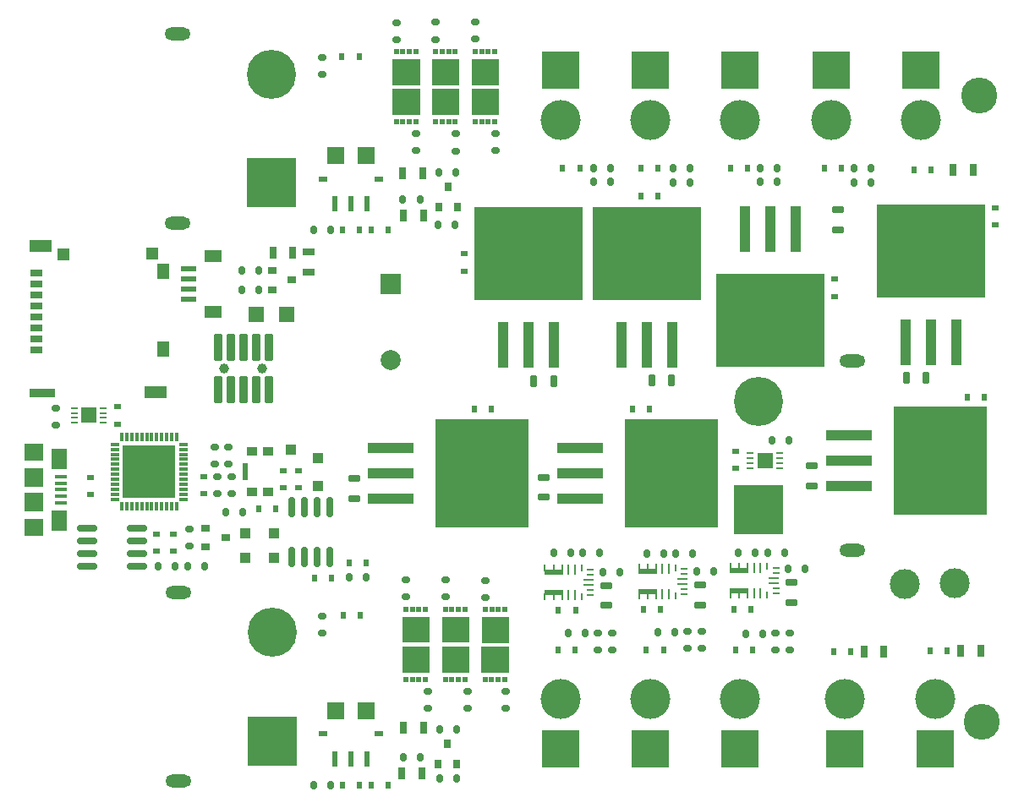
<source format=gbr>
%TF.GenerationSoftware,KiCad,Pcbnew,(6.0.10-0)*%
%TF.CreationDate,2023-03-03T19:39:16-08:00*%
%TF.ProjectId,1.0,312e302e-6b69-4636-9164-5f7063625858,rev?*%
%TF.SameCoordinates,Original*%
%TF.FileFunction,Soldermask,Top*%
%TF.FilePolarity,Negative*%
%FSLAX46Y46*%
G04 Gerber Fmt 4.6, Leading zero omitted, Abs format (unit mm)*
G04 Created by KiCad (PCBNEW (6.0.10-0)) date 2023-03-03 19:39:16*
%MOMM*%
%LPD*%
G01*
G04 APERTURE LIST*
G04 Aperture macros list*
%AMRoundRect*
0 Rectangle with rounded corners*
0 $1 Rounding radius*
0 $2 $3 $4 $5 $6 $7 $8 $9 X,Y pos of 4 corners*
0 Add a 4 corners polygon primitive as box body*
4,1,4,$2,$3,$4,$5,$6,$7,$8,$9,$2,$3,0*
0 Add four circle primitives for the rounded corners*
1,1,$1+$1,$2,$3*
1,1,$1+$1,$4,$5*
1,1,$1+$1,$6,$7*
1,1,$1+$1,$8,$9*
0 Add four rect primitives between the rounded corners*
20,1,$1+$1,$2,$3,$4,$5,0*
20,1,$1+$1,$4,$5,$6,$7,0*
20,1,$1+$1,$6,$7,$8,$9,0*
20,1,$1+$1,$8,$9,$2,$3,0*%
G04 Aperture macros list end*
%ADD10C,0.010000*%
%ADD11C,3.600000*%
%ADD12R,3.800000X3.800000*%
%ADD13C,4.000000*%
%ADD14R,0.600000X0.800000*%
%ADD15RoundRect,0.150000X-0.250000X0.150000X-0.250000X-0.150000X0.250000X-0.150000X0.250000X0.150000X0*%
%ADD16R,0.800000X0.600000*%
%ADD17R,0.700000X1.200000*%
%ADD18R,1.100000X1.100000*%
%ADD19RoundRect,0.150000X0.150000X0.250000X-0.150000X0.250000X-0.150000X-0.250000X0.150000X-0.250000X0*%
%ADD20RoundRect,0.175000X0.425000X-0.175000X0.425000X0.175000X-0.425000X0.175000X-0.425000X-0.175000X0*%
%ADD21R,1.500000X1.500000*%
%ADD22R,1.800000X1.200000*%
%ADD23R,1.550000X0.600000*%
%ADD24RoundRect,0.175000X-0.425000X0.175000X-0.425000X-0.175000X0.425000X-0.175000X0.425000X0.175000X0*%
%ADD25R,0.900000X0.800000*%
%ADD26R,1.100000X4.600000*%
%ADD27R,10.800000X9.400000*%
%ADD28R,0.500000X0.630000*%
%ADD29R,0.500000X1.600000*%
%ADD30R,0.900000X0.600000*%
%ADD31R,1.800000X1.700000*%
%ADD32RoundRect,0.150000X-0.150000X-0.250000X0.150000X-0.250000X0.150000X0.250000X-0.150000X0.250000X0*%
%ADD33R,0.800000X0.900000*%
%ADD34RoundRect,0.150000X0.250000X-0.150000X0.250000X0.150000X-0.250000X0.150000X-0.250000X-0.150000X0*%
%ADD35C,3.000000*%
%ADD36RoundRect,0.175000X0.175000X0.425000X-0.175000X0.425000X-0.175000X-0.425000X0.175000X-0.425000X0*%
%ADD37C,1.000000*%
%ADD38RoundRect,0.050800X0.380000X1.300000X-0.380000X1.300000X-0.380000X-1.300000X0.380000X-1.300000X0*%
%ADD39R,1.000000X0.900000*%
%ADD40R,0.550000X1.700000*%
%ADD41O,2.600000X1.300000*%
%ADD42R,4.916000X4.916000*%
%ADD43C,4.916000*%
%ADD44R,1.000000X1.000000*%
%ADD45R,0.850000X0.300000*%
%ADD46R,0.300000X0.850000*%
%ADD47R,5.250000X5.250000*%
%ADD48R,4.600000X1.100000*%
%ADD49R,9.400000X10.800000*%
%ADD50R,0.757199X0.254800*%
%ADD51R,1.600200X1.600200*%
%ADD52RoundRect,0.150000X0.825000X0.150000X-0.825000X0.150000X-0.825000X-0.150000X0.825000X-0.150000X0*%
%ADD53R,0.250000X0.800000*%
%ADD54R,0.250000X1.100000*%
%ADD55R,1.950000X0.600000*%
%ADD56R,0.250000X0.700000*%
%ADD57R,0.700000X0.250000*%
%ADD58R,1.100000X0.250000*%
%ADD59R,1.200000X0.700000*%
%ADD60R,2.200000X1.150000*%
%ADD61R,1.150000X1.500000*%
%ADD62R,2.500000X0.950000*%
%ADD63R,1.240000X0.800000*%
%ADD64R,1.250000X1.250000*%
%ADD65R,1.200000X1.200000*%
%ADD66R,2.000000X2.000000*%
%ADD67C,2.000000*%
%ADD68R,1.900000X1.800000*%
%ADD69R,1.900000X1.900000*%
%ADD70R,1.600000X2.100000*%
%ADD71R,1.300000X0.400000*%
%ADD72RoundRect,0.150000X-0.150000X0.825000X-0.150000X-0.825000X0.150000X-0.825000X0.150000X0.825000X0*%
G04 APERTURE END LIST*
%TO.C,Q10*%
G36*
X191075000Y-110547500D02*
G01*
X188425000Y-110547500D01*
X188425000Y-108037500D01*
X191075000Y-108037500D01*
X191075000Y-110547500D01*
G37*
D10*
X191075000Y-110547500D02*
X188425000Y-110547500D01*
X188425000Y-108037500D01*
X191075000Y-108037500D01*
X191075000Y-110547500D01*
%TO.C,Q13*%
G36*
X200000000Y-163450000D02*
G01*
X197350000Y-163450000D01*
X197350000Y-160940000D01*
X200000000Y-160940000D01*
X200000000Y-163450000D01*
G37*
X200000000Y-163450000D02*
X197350000Y-163450000D01*
X197350000Y-160940000D01*
X200000000Y-160940000D01*
X200000000Y-163450000D01*
%TO.C,Q14*%
G36*
X199975000Y-166425000D02*
G01*
X197325000Y-166425000D01*
X197325000Y-163915000D01*
X199975000Y-163915000D01*
X199975000Y-166425000D01*
G37*
X199975000Y-166425000D02*
X197325000Y-166425000D01*
X197325000Y-163915000D01*
X199975000Y-163915000D01*
X199975000Y-166425000D01*
%TO.C,Q15*%
G36*
X199000000Y-110560000D02*
G01*
X196350000Y-110560000D01*
X196350000Y-108050000D01*
X199000000Y-108050000D01*
X199000000Y-110560000D01*
G37*
X199000000Y-110560000D02*
X196350000Y-110560000D01*
X196350000Y-108050000D01*
X199000000Y-108050000D01*
X199000000Y-110560000D01*
%TO.C,Q12*%
G36*
X195025000Y-107562500D02*
G01*
X192375000Y-107562500D01*
X192375000Y-105052500D01*
X195025000Y-105052500D01*
X195025000Y-107562500D01*
G37*
X195025000Y-107562500D02*
X192375000Y-107562500D01*
X192375000Y-105052500D01*
X195025000Y-105052500D01*
X195025000Y-107562500D01*
%TO.C,Q3*%
G36*
X196000000Y-163437500D02*
G01*
X193350000Y-163437500D01*
X193350000Y-160927500D01*
X196000000Y-160927500D01*
X196000000Y-163437500D01*
G37*
X196000000Y-163437500D02*
X193350000Y-163437500D01*
X193350000Y-160927500D01*
X196000000Y-160927500D01*
X196000000Y-163437500D01*
%TO.C,Q4*%
G36*
X192050000Y-163437500D02*
G01*
X189400000Y-163437500D01*
X189400000Y-160927500D01*
X192050000Y-160927500D01*
X192050000Y-163437500D01*
G37*
X192050000Y-163437500D02*
X189400000Y-163437500D01*
X189400000Y-160927500D01*
X192050000Y-160927500D01*
X192050000Y-163437500D01*
%TO.C,Q6*%
G36*
X196000000Y-166412500D02*
G01*
X193350000Y-166412500D01*
X193350000Y-163902500D01*
X196000000Y-163902500D01*
X196000000Y-166412500D01*
G37*
X196000000Y-166412500D02*
X193350000Y-166412500D01*
X193350000Y-163902500D01*
X196000000Y-163902500D01*
X196000000Y-166412500D01*
%TO.C,Q16*%
G36*
X199000000Y-107562500D02*
G01*
X196350000Y-107562500D01*
X196350000Y-105052500D01*
X199000000Y-105052500D01*
X199000000Y-107562500D01*
G37*
X199000000Y-107562500D02*
X196350000Y-107562500D01*
X196350000Y-105052500D01*
X199000000Y-105052500D01*
X199000000Y-107562500D01*
%TO.C,Q9*%
G36*
X195025000Y-110547500D02*
G01*
X192375000Y-110547500D01*
X192375000Y-108037500D01*
X195025000Y-108037500D01*
X195025000Y-110547500D01*
G37*
X195025000Y-110547500D02*
X192375000Y-110547500D01*
X192375000Y-108037500D01*
X195025000Y-108037500D01*
X195025000Y-110547500D01*
%TO.C,Q11*%
G36*
X191075000Y-107575000D02*
G01*
X188425000Y-107575000D01*
X188425000Y-105065000D01*
X191075000Y-105065000D01*
X191075000Y-107575000D01*
G37*
X191075000Y-107575000D02*
X188425000Y-107575000D01*
X188425000Y-105065000D01*
X191075000Y-105065000D01*
X191075000Y-107575000D01*
%TO.C,Q5*%
G36*
X192050000Y-166425000D02*
G01*
X189400000Y-166425000D01*
X189400000Y-163915000D01*
X192050000Y-163915000D01*
X192050000Y-166425000D01*
G37*
X192050000Y-166425000D02*
X189400000Y-166425000D01*
X189400000Y-163915000D01*
X192050000Y-163915000D01*
X192050000Y-166425000D01*
%TD*%
D11*
%TO.C,U28*%
X247150000Y-108675000D03*
%TD*%
D12*
%TO.C,U22*%
X223200000Y-106150000D03*
D13*
X223200000Y-111150000D03*
%TD*%
D14*
%TO.C,C22*%
X198275000Y-140107500D03*
X196575000Y-140107500D03*
%TD*%
D15*
%TO.C,R18*%
X170850000Y-146900000D03*
X170850000Y-148600000D03*
%TD*%
D16*
%TO.C,C29*%
X222790000Y-144375000D03*
X222790000Y-146075000D03*
%TD*%
D14*
%TO.C,D16*%
X232575000Y-164425000D03*
X234275000Y-164425000D03*
%TD*%
%TO.C,D15*%
X240600000Y-116125000D03*
X242300000Y-116125000D03*
%TD*%
D17*
%TO.C,R51*%
X176425000Y-124450000D03*
X178425000Y-124450000D03*
%TD*%
D18*
%TO.C,D2*%
X176500000Y-155000000D03*
X173700000Y-155000000D03*
%TD*%
D19*
%TO.C,R1*%
X166650000Y-155850000D03*
X164950000Y-155850000D03*
%TD*%
%TO.C,R45*%
X210250000Y-115973750D03*
X208550000Y-115973750D03*
%TD*%
D14*
%TO.C,C20*%
X213250000Y-118805000D03*
X214950000Y-118805000D03*
%TD*%
D12*
%TO.C,U35*%
X232300000Y-106170000D03*
D13*
X232300000Y-111170000D03*
%TD*%
D17*
%TO.C,R25*%
X191500000Y-120725000D03*
X189500000Y-120725000D03*
%TD*%
D14*
%TO.C,C14*%
X222630000Y-160155000D03*
X224330000Y-160155000D03*
%TD*%
D19*
%TO.C,R66*%
X236340000Y-117410000D03*
X234640000Y-117410000D03*
%TD*%
D16*
%TO.C,C32*%
X158200000Y-148650000D03*
X158200000Y-146950000D03*
%TD*%
D20*
%TO.C,C37*%
X203510000Y-148960000D03*
X203510000Y-146960000D03*
%TD*%
D21*
%TO.C,P2*%
X174800000Y-130600000D03*
%TD*%
D12*
%TO.C,U17*%
X223200000Y-174150000D03*
D13*
X223200000Y-169150000D03*
%TD*%
D17*
%TO.C,R69*%
X244550000Y-116150000D03*
X246550000Y-116150000D03*
%TD*%
D20*
%TO.C,C19*%
X184625000Y-149075000D03*
X184625000Y-147075000D03*
%TD*%
D15*
%TO.C,R59*%
X208995000Y-162525000D03*
X208995000Y-164225000D03*
%TD*%
D22*
%TO.C,J1*%
X170477500Y-124800000D03*
X170477500Y-130400000D03*
D23*
X167952500Y-129100000D03*
X167952500Y-128100000D03*
X167952500Y-127100000D03*
X167952500Y-126100000D03*
%TD*%
D24*
%TO.C,C25*%
X232990000Y-120140000D03*
X232990000Y-122140000D03*
%TD*%
D25*
%TO.C,Q1*%
X169675000Y-152025000D03*
X169675000Y-153925000D03*
X171675000Y-152975000D03*
%TD*%
D26*
%TO.C,U12*%
X228740000Y-122065000D03*
D27*
X226200000Y-131215000D03*
D26*
X226200000Y-122065000D03*
X223660000Y-122065000D03*
%TD*%
D12*
%TO.C,U20*%
X205200000Y-106150000D03*
D13*
X205200000Y-111150000D03*
%TD*%
D28*
%TO.C,Q10*%
X190075000Y-111322500D03*
X188775000Y-111322500D03*
X189425000Y-111322500D03*
X190725000Y-111322500D03*
%TD*%
D19*
%TO.C,R28*%
X194725000Y-116425000D03*
X193025000Y-116425000D03*
%TD*%
D28*
%TO.C,Q13*%
X198350000Y-160165000D03*
X199650000Y-160165000D03*
X199000000Y-160165000D03*
X197700000Y-160165000D03*
%TD*%
D19*
%TO.C,R44*%
X210250000Y-117373750D03*
X208550000Y-117373750D03*
%TD*%
%TO.C,R10*%
X191200000Y-175000000D03*
X189500000Y-175000000D03*
%TD*%
D15*
%TO.C,R55*%
X190775000Y-112525000D03*
X190775000Y-114225000D03*
%TD*%
D29*
%TO.C,U2*%
X182650000Y-175150000D03*
X184250000Y-175150000D03*
X185850000Y-175150000D03*
D30*
X187050000Y-172650000D03*
D31*
X185750000Y-170300000D03*
X182750000Y-170300000D03*
D30*
X181450000Y-172650000D03*
%TD*%
D32*
%TO.C,R7*%
X180500000Y-177750000D03*
X182200000Y-177750000D03*
%TD*%
D14*
%TO.C,D9*%
X205450000Y-115973750D03*
X207150000Y-115973750D03*
%TD*%
D19*
%TO.C,R12*%
X194825000Y-172200000D03*
X193125000Y-172200000D03*
%TD*%
D16*
%TO.C,C28*%
X248740000Y-119965000D03*
X248740000Y-121665000D03*
%TD*%
D26*
%TO.C,U7*%
X211335000Y-133675000D03*
D27*
X213875000Y-124525000D03*
D26*
X213875000Y-133675000D03*
X216415000Y-133675000D03*
%TD*%
D15*
%TO.C,R19*%
X172000000Y-143950000D03*
X172000000Y-145650000D03*
%TD*%
D16*
%TO.C,C2*%
X164775000Y-152625000D03*
X164775000Y-154325000D03*
%TD*%
D21*
%TO.C,P1*%
X177775000Y-130600000D03*
%TD*%
D14*
%TO.C,C33*%
X180625000Y-157025000D03*
X182325000Y-157025000D03*
%TD*%
%TO.C,C34*%
X176750000Y-150100000D03*
X175050000Y-150100000D03*
%TD*%
D17*
%TO.C,R68*%
X245285000Y-164320000D03*
X247285000Y-164320000D03*
%TD*%
D28*
%TO.C,Q14*%
X198975000Y-167200000D03*
X197675000Y-167200000D03*
X198325000Y-167200000D03*
X199625000Y-167200000D03*
%TD*%
D14*
%TO.C,D14*%
X242266000Y-164298000D03*
X243966000Y-164298000D03*
%TD*%
D15*
%TO.C,R63*%
X199700000Y-168400000D03*
X199700000Y-170100000D03*
%TD*%
D33*
%TO.C,Q7*%
X193050000Y-119875000D03*
X194950000Y-119875000D03*
X194000000Y-117875000D03*
%TD*%
D12*
%TO.C,U23*%
X242725000Y-174150000D03*
D13*
X242725000Y-169150000D03*
%TD*%
D34*
%TO.C,R57*%
X192750000Y-103075000D03*
X192750000Y-101375000D03*
%TD*%
D19*
%TO.C,R60*%
X226900000Y-117360000D03*
X225200000Y-117360000D03*
%TD*%
D35*
%TO.C,C5*%
X244725000Y-157550000D03*
X239725000Y-157600000D03*
%TD*%
D36*
%TO.C,C18*%
X204550000Y-137325000D03*
X202550000Y-137325000D03*
%TD*%
D14*
%TO.C,C38*%
X212450000Y-140100000D03*
X214150000Y-140100000D03*
%TD*%
D12*
%TO.C,U18*%
X214200000Y-174150000D03*
D13*
X214200000Y-169150000D03*
%TD*%
D19*
%TO.C,R4*%
X173400000Y-150450000D03*
X171700000Y-150450000D03*
%TD*%
D34*
%TO.C,R20*%
X170600000Y-145650000D03*
X170600000Y-143950000D03*
%TD*%
D37*
%TO.C,U1*%
X171545000Y-136060039D03*
X175355000Y-136060039D03*
D38*
X175990000Y-133910039D03*
X175990000Y-138210039D03*
X174720000Y-133910039D03*
X174720000Y-138210039D03*
X173450000Y-133910039D03*
X173450000Y-138210039D03*
X172180000Y-133910039D03*
X172180000Y-138210039D03*
X170910000Y-133910039D03*
X170910000Y-138210039D03*
%TD*%
D19*
%TO.C,R32*%
X227650000Y-154500000D03*
X225950000Y-154500000D03*
%TD*%
D15*
%TO.C,R54*%
X194725000Y-112550000D03*
X194725000Y-114250000D03*
%TD*%
D17*
%TO.C,R27*%
X191425000Y-116475000D03*
X189425000Y-116475000D03*
%TD*%
D19*
%TO.C,R15*%
X185800000Y-157000000D03*
X184100000Y-157000000D03*
%TD*%
%TO.C,R26*%
X191150000Y-119125000D03*
X189450000Y-119125000D03*
%TD*%
%TO.C,R61*%
X226900000Y-115960000D03*
X225200000Y-115960000D03*
%TD*%
D26*
%TO.C,U10*%
X239810000Y-133425000D03*
X242350000Y-133425000D03*
D27*
X242350000Y-124275000D03*
D26*
X244890000Y-133425000D03*
%TD*%
D14*
%TO.C,C27*%
X245950000Y-138900000D03*
X247650000Y-138900000D03*
%TD*%
%TO.C,C4*%
X186300000Y-177750000D03*
X188000000Y-177750000D03*
%TD*%
D19*
%TO.C,R67*%
X236350000Y-115990000D03*
X234650000Y-115990000D03*
%TD*%
D29*
%TO.C,U3*%
X182650000Y-119575000D03*
X184250000Y-119575000D03*
X185850000Y-119575000D03*
D30*
X187050000Y-117075000D03*
D31*
X185750000Y-114725000D03*
X182750000Y-114725000D03*
D30*
X181450000Y-117075000D03*
%TD*%
D15*
%TO.C,R3*%
X168050000Y-152125000D03*
X168050000Y-153825000D03*
%TD*%
D19*
%TO.C,R35*%
X215575000Y-154600000D03*
X213875000Y-154600000D03*
%TD*%
%TO.C,R31*%
X211175000Y-156450000D03*
X209475000Y-156450000D03*
%TD*%
D39*
%TO.C,SW1*%
X174325000Y-148425000D03*
D40*
X173700000Y-146375000D03*
D39*
X175925000Y-148425000D03*
X174325000Y-144325000D03*
X175925000Y-144325000D03*
%TD*%
D41*
%TO.C,U16*%
X166890000Y-121460000D03*
X166890000Y-102560000D03*
D42*
X176290000Y-117460000D03*
D43*
X176290000Y-106560000D03*
%TD*%
D19*
%TO.C,R46*%
X218200000Y-117410000D03*
X216500000Y-117410000D03*
%TD*%
%TO.C,R48*%
X228075000Y-143275000D03*
X226375000Y-143275000D03*
%TD*%
D14*
%TO.C,C7*%
X185100000Y-122150000D03*
X183400000Y-122150000D03*
%TD*%
D19*
%TO.C,R50*%
X175000000Y-126200000D03*
X173300000Y-126200000D03*
%TD*%
%TO.C,R37*%
X206275000Y-154548250D03*
X204575000Y-154548250D03*
%TD*%
D16*
%TO.C,C26*%
X232640000Y-127115000D03*
X232640000Y-128815000D03*
%TD*%
D11*
%TO.C,U27*%
X247400000Y-171400000D03*
%TD*%
D15*
%TO.C,R64*%
X198700000Y-112525000D03*
X198700000Y-114225000D03*
%TD*%
D20*
%TO.C,C24*%
X230375000Y-147820000D03*
X230375000Y-145820000D03*
%TD*%
D34*
%TO.C,R65*%
X196700000Y-103050000D03*
X196700000Y-101350000D03*
%TD*%
%TO.C,R56*%
X188800000Y-103100000D03*
X188800000Y-101400000D03*
%TD*%
D44*
%TO.C,TP1*%
X178225000Y-144175000D03*
%TD*%
D28*
%TO.C,Q15*%
X198000000Y-111335000D03*
X197350000Y-111335000D03*
X196700000Y-111335000D03*
X198650000Y-111335000D03*
%TD*%
D17*
%TO.C,R8*%
X191350000Y-176600000D03*
X189350000Y-176600000D03*
%TD*%
D15*
%TO.C,R21*%
X191975000Y-168425000D03*
X191975000Y-170125000D03*
%TD*%
D19*
%TO.C,R29*%
X229750000Y-156150000D03*
X228050000Y-156150000D03*
%TD*%
D45*
%TO.C,IC2*%
X167500000Y-149150000D03*
X167500000Y-148650000D03*
X167500000Y-148150000D03*
X167500000Y-147650000D03*
X167500000Y-147150000D03*
X167500000Y-146650000D03*
X167500000Y-146150000D03*
X167500000Y-145650000D03*
X167500000Y-145150000D03*
X167500000Y-144650000D03*
X167500000Y-144150000D03*
X167500000Y-143650000D03*
D46*
X166800000Y-142950000D03*
X166300000Y-142950000D03*
X165800000Y-142950000D03*
X165300000Y-142950000D03*
X164800000Y-142950000D03*
X164300000Y-142950000D03*
X163800000Y-142950000D03*
X163300000Y-142950000D03*
X162800000Y-142950000D03*
X162300000Y-142950000D03*
X161800000Y-142950000D03*
X161300000Y-142950000D03*
D45*
X160600000Y-143650000D03*
X160600000Y-144150000D03*
X160600000Y-144650000D03*
X160600000Y-145150000D03*
X160600000Y-145650000D03*
X160600000Y-146150000D03*
X160600000Y-146650000D03*
X160600000Y-147150000D03*
X160600000Y-147650000D03*
X160600000Y-148150000D03*
X160600000Y-148650000D03*
X160600000Y-149150000D03*
D46*
X161300000Y-149850000D03*
X161800000Y-149850000D03*
X162300000Y-149850000D03*
X162800000Y-149850000D03*
X163300000Y-149850000D03*
X163800000Y-149850000D03*
X164300000Y-149850000D03*
X164800000Y-149850000D03*
X165300000Y-149850000D03*
X165800000Y-149850000D03*
X166300000Y-149850000D03*
X166800000Y-149850000D03*
D47*
X164050000Y-146400000D03*
%TD*%
D34*
%TO.C,R14*%
X189725000Y-158925000D03*
X189725000Y-157225000D03*
%TD*%
D48*
%TO.C,U11*%
X234120000Y-142770000D03*
D49*
X243270000Y-145310000D03*
D48*
X234120000Y-145310000D03*
X234120000Y-147850000D03*
%TD*%
D33*
%TO.C,Q2*%
X192950000Y-175650000D03*
X194850000Y-175650000D03*
X193900000Y-173650000D03*
%TD*%
D28*
%TO.C,Q12*%
X193375000Y-104277500D03*
X194025000Y-104277500D03*
X194675000Y-104277500D03*
X192725000Y-104277500D03*
%TD*%
D50*
%TO.C,U13*%
X227190800Y-146050001D03*
X227190800Y-145550000D03*
X227190800Y-145050000D03*
X227190800Y-144549999D03*
X224249200Y-144549999D03*
X224249200Y-145050000D03*
X224249200Y-145550000D03*
X224249200Y-146050001D03*
D51*
X225720000Y-145300000D03*
%TD*%
D36*
%TO.C,C17*%
X216375000Y-137250000D03*
X214375000Y-137250000D03*
%TD*%
D16*
%TO.C,C1*%
X166425000Y-152625000D03*
X166425000Y-154325000D03*
%TD*%
D52*
%TO.C,IC1*%
X162800000Y-155880000D03*
X162800000Y-154610000D03*
X162800000Y-153340000D03*
X162800000Y-152070000D03*
X157850000Y-152070000D03*
X157850000Y-153340000D03*
X157850000Y-154610000D03*
X157850000Y-155880000D03*
%TD*%
D15*
%TO.C,R43*%
X219380000Y-162385000D03*
X219380000Y-164085000D03*
%TD*%
D14*
%TO.C,C15*%
X213525000Y-160200000D03*
X215225000Y-160200000D03*
%TD*%
D24*
%TO.C,C13*%
X209775000Y-157800000D03*
X209775000Y-159800000D03*
%TD*%
D14*
%TO.C,D13*%
X231690000Y-116000000D03*
X233390000Y-116000000D03*
%TD*%
D15*
%TO.C,R42*%
X217980000Y-162385000D03*
X217980000Y-164085000D03*
%TD*%
D19*
%TO.C,R23*%
X194700000Y-121675000D03*
X193000000Y-121675000D03*
%TD*%
D34*
%TO.C,R13*%
X193700000Y-158950000D03*
X193700000Y-157250000D03*
%TD*%
D16*
%TO.C,C35*%
X177475000Y-148000000D03*
X177475000Y-146300000D03*
%TD*%
D19*
%TO.C,R47*%
X218200000Y-116010000D03*
X216500000Y-116010000D03*
%TD*%
D28*
%TO.C,Q3*%
X194350000Y-160152500D03*
X195000000Y-160152500D03*
X195650000Y-160152500D03*
X193700000Y-160152500D03*
%TD*%
D53*
%TO.C,U4*%
X225900000Y-155900000D03*
D54*
X225250000Y-156050000D03*
X224600000Y-156050000D03*
D55*
X223100000Y-156300000D03*
D56*
X223950000Y-155850000D03*
X222250000Y-155850000D03*
X223100000Y-155850000D03*
D55*
X223100000Y-158300000D03*
D56*
X223100000Y-158750000D03*
X222250000Y-158750000D03*
X223950000Y-158750000D03*
D54*
X224600000Y-158550000D03*
X225250000Y-158550000D03*
D56*
X225900000Y-158750000D03*
D57*
X226800000Y-158550000D03*
X226800000Y-158050000D03*
D58*
X226600000Y-157550000D03*
X226600000Y-157050000D03*
D57*
X226800000Y-156550000D03*
X226800000Y-156050000D03*
%TD*%
D16*
%TO.C,C21*%
X195560000Y-126275000D03*
X195560000Y-124575000D03*
%TD*%
D12*
%TO.C,U24*%
X241280000Y-106170000D03*
D13*
X241280000Y-111170000D03*
%TD*%
D14*
%TO.C,D10*%
X213250000Y-116010000D03*
X214950000Y-116010000D03*
%TD*%
D25*
%TO.C,Q8*%
X176350000Y-126250000D03*
X176350000Y-128150000D03*
X178350000Y-127200000D03*
%TD*%
D19*
%TO.C,R36*%
X209175000Y-154548250D03*
X207475000Y-154548250D03*
%TD*%
D34*
%TO.C,R62*%
X197700000Y-158975000D03*
X197700000Y-157275000D03*
%TD*%
D14*
%TO.C,D6*%
X204985000Y-164225000D03*
X206685000Y-164225000D03*
%TD*%
D12*
%TO.C,U25*%
X233725000Y-174150000D03*
D13*
X233725000Y-169150000D03*
%TD*%
D18*
%TO.C,D1*%
X176500000Y-152550000D03*
X173700000Y-152550000D03*
%TD*%
D17*
%TO.C,R11*%
X191525000Y-172000000D03*
X189525000Y-172000000D03*
%TD*%
D14*
%TO.C,D3*%
X185150000Y-160800000D03*
X183450000Y-160800000D03*
%TD*%
%TO.C,C16*%
X205030000Y-160230000D03*
X206730000Y-160230000D03*
%TD*%
D19*
%TO.C,R2*%
X169575000Y-155875000D03*
X167875000Y-155875000D03*
%TD*%
D15*
%TO.C,R40*%
X226750000Y-162535000D03*
X226750000Y-164235000D03*
%TD*%
D53*
%TO.C,U6*%
X207325000Y-156050000D03*
D54*
X206675000Y-156200000D03*
X206025000Y-156200000D03*
D56*
X204525000Y-156000000D03*
X203675000Y-156000000D03*
D55*
X204525000Y-156450000D03*
D56*
X205375000Y-156000000D03*
X204525000Y-158900000D03*
X205375000Y-158900000D03*
X203675000Y-158900000D03*
D55*
X204525000Y-158450000D03*
D54*
X206025000Y-158700000D03*
X206675000Y-158700000D03*
D56*
X207325000Y-158900000D03*
D57*
X208225000Y-158700000D03*
X208225000Y-158200000D03*
D58*
X208025000Y-157700000D03*
X208025000Y-157200000D03*
D57*
X208225000Y-156700000D03*
X208225000Y-156200000D03*
%TD*%
D16*
%TO.C,C36*%
X178975000Y-148000000D03*
X178975000Y-146300000D03*
%TD*%
D34*
%TO.C,R17*%
X172275000Y-148600000D03*
X172275000Y-146900000D03*
%TD*%
D59*
%TO.C,R52*%
X180000000Y-126375000D03*
X180000000Y-124375000D03*
%TD*%
D17*
%TO.C,R70*%
X235600000Y-164425000D03*
X237600000Y-164425000D03*
%TD*%
D60*
%TO.C,J7*%
X153200000Y-123735000D03*
D61*
X165475000Y-126340000D03*
D62*
X153344600Y-138525000D03*
D60*
X164680000Y-138425000D03*
D61*
X165475000Y-134120000D03*
D63*
X152724600Y-134180000D03*
X152724600Y-133080000D03*
X152724600Y-131980000D03*
X152724600Y-130880000D03*
X152724600Y-129780000D03*
X152724600Y-128680000D03*
X152724600Y-127580000D03*
X152724600Y-126460000D03*
D64*
X155450000Y-124585000D03*
D65*
X164350000Y-124560000D03*
%TD*%
D14*
%TO.C,D7*%
X222785000Y-164235000D03*
X224485000Y-164235000D03*
%TD*%
D50*
%TO.C,U14*%
X156529200Y-139999999D03*
X156529200Y-140500000D03*
X156529200Y-141000000D03*
X156529200Y-141500001D03*
X159470800Y-141500001D03*
X159470800Y-141000000D03*
X159470800Y-140500000D03*
X159470800Y-139999999D03*
D51*
X158000000Y-140750000D03*
%TD*%
D28*
%TO.C,Q4*%
X191700000Y-160152500D03*
X191050000Y-160152500D03*
X190400000Y-160152500D03*
X189750000Y-160152500D03*
%TD*%
D14*
%TO.C,D11*%
X222250000Y-115960000D03*
X223950000Y-115960000D03*
%TD*%
D28*
%TO.C,Q6*%
X194350000Y-167187500D03*
X195000000Y-167187500D03*
X193700000Y-167187500D03*
X195650000Y-167187500D03*
%TD*%
D16*
%TO.C,C30*%
X160900000Y-141600000D03*
X160900000Y-139900000D03*
%TD*%
D15*
%TO.C,R22*%
X195950000Y-168425000D03*
X195950000Y-170125000D03*
%TD*%
D36*
%TO.C,C23*%
X241850000Y-136950000D03*
X239850000Y-136950000D03*
%TD*%
D32*
%TO.C,R24*%
X180500000Y-122162500D03*
X182200000Y-122162500D03*
%TD*%
D34*
%TO.C,R53*%
X154700000Y-141700000D03*
X154700000Y-140000000D03*
%TD*%
D14*
%TO.C,D5*%
X185800000Y-155550000D03*
X184100000Y-155550000D03*
%TD*%
D19*
%TO.C,R30*%
X220575000Y-156400000D03*
X218875000Y-156400000D03*
%TD*%
D41*
%TO.C,U15*%
X166950000Y-177400000D03*
X166950000Y-158500000D03*
D42*
X176350000Y-173400000D03*
D43*
X176350000Y-162500000D03*
%TD*%
D19*
%TO.C,R49*%
X175000000Y-128200000D03*
X173300000Y-128200000D03*
%TD*%
D14*
%TO.C,C8*%
X186300000Y-122150000D03*
X188000000Y-122150000D03*
%TD*%
%TO.C,C3*%
X185100000Y-177750000D03*
X183400000Y-177750000D03*
%TD*%
D24*
%TO.C,C12*%
X219175000Y-157750000D03*
X219175000Y-159750000D03*
%TD*%
D19*
%TO.C,R34*%
X218475000Y-154598250D03*
X216775000Y-154598250D03*
%TD*%
D14*
%TO.C,D4*%
X185050000Y-104810000D03*
X183350000Y-104810000D03*
%TD*%
D12*
%TO.C,U19*%
X205200000Y-174150000D03*
D13*
X205200000Y-169150000D03*
%TD*%
D48*
%TO.C,U36*%
X207205000Y-143970000D03*
X207205000Y-146510000D03*
D49*
X216355000Y-146510000D03*
D48*
X207205000Y-149050000D03*
%TD*%
D12*
%TO.C,U21*%
X214200000Y-106150000D03*
D13*
X214200000Y-111150000D03*
%TD*%
D66*
%TO.C,SP1*%
X188200000Y-127600000D03*
D67*
X188200000Y-135200000D03*
%TD*%
D19*
%TO.C,R33*%
X224700000Y-154500000D03*
X223000000Y-154500000D03*
%TD*%
%TO.C,R38*%
X225450000Y-162635000D03*
X223750000Y-162635000D03*
%TD*%
D68*
%TO.C,J2*%
X152500000Y-144400000D03*
D69*
X152500000Y-147000000D03*
D70*
X155000000Y-151300000D03*
X155050000Y-145100000D03*
D69*
X152500000Y-149400000D03*
D68*
X152500000Y-152000000D03*
D71*
X155200000Y-146900000D03*
X155200000Y-147550000D03*
X155200000Y-148200000D03*
X155200000Y-148850000D03*
X155200000Y-149500000D03*
%TD*%
D72*
%TO.C,U34*%
X182105000Y-149975000D03*
X180835000Y-149975000D03*
X179565000Y-149975000D03*
X178295000Y-149975000D03*
X178295000Y-154925000D03*
X179565000Y-154925000D03*
X180835000Y-154925000D03*
X182105000Y-154925000D03*
%TD*%
D19*
%TO.C,R41*%
X216705000Y-162485000D03*
X215005000Y-162485000D03*
%TD*%
D53*
%TO.C,U5*%
X216725000Y-155998250D03*
D54*
X216075000Y-156148250D03*
X215425000Y-156148250D03*
D56*
X213075000Y-155948250D03*
X213925000Y-155948250D03*
X214775000Y-155948250D03*
D55*
X213925000Y-156398250D03*
D56*
X213925000Y-158848250D03*
X214775000Y-158848250D03*
D55*
X213925000Y-158398250D03*
D56*
X213075000Y-158848250D03*
D54*
X215425000Y-158648250D03*
X216075000Y-158648250D03*
D56*
X216725000Y-158848250D03*
D57*
X217625000Y-158648250D03*
X217625000Y-158148250D03*
D58*
X217425000Y-157648250D03*
X217425000Y-157148250D03*
D57*
X217625000Y-156648250D03*
X217625000Y-156148250D03*
%TD*%
D14*
%TO.C,D8*%
X213835000Y-164235000D03*
X215535000Y-164235000D03*
%TD*%
D19*
%TO.C,R6*%
X194800000Y-177100000D03*
X193100000Y-177100000D03*
%TD*%
D28*
%TO.C,Q16*%
X198650000Y-104277500D03*
X198000000Y-104277500D03*
X197350000Y-104277500D03*
X196700000Y-104277500D03*
%TD*%
%TO.C,Q9*%
X192725000Y-111322500D03*
X193375000Y-111322500D03*
X194025000Y-111322500D03*
X194675000Y-111322500D03*
%TD*%
D34*
%TO.C,R9*%
X181350000Y-106600000D03*
X181350000Y-104900000D03*
%TD*%
D26*
%TO.C,U8*%
X199510000Y-133700000D03*
D27*
X202050000Y-124550000D03*
D26*
X202050000Y-133700000D03*
X204590000Y-133700000D03*
%TD*%
D15*
%TO.C,R58*%
X210395000Y-162525000D03*
X210395000Y-164225000D03*
%TD*%
D16*
%TO.C,C31*%
X169475000Y-146875000D03*
X169475000Y-148575000D03*
%TD*%
D28*
%TO.C,Q11*%
X190075000Y-104290000D03*
X190725000Y-104290000D03*
X189425000Y-104290000D03*
X188775000Y-104290000D03*
%TD*%
D19*
%TO.C,R16*%
X207695000Y-162525000D03*
X205995000Y-162525000D03*
%TD*%
D28*
%TO.C,Q5*%
X189750000Y-167200000D03*
X191050000Y-167200000D03*
X190400000Y-167200000D03*
X191700000Y-167200000D03*
%TD*%
D15*
%TO.C,R39*%
X228150000Y-162535000D03*
X228150000Y-164235000D03*
%TD*%
D34*
%TO.C,R5*%
X181400000Y-162550000D03*
X181400000Y-160850000D03*
%TD*%
D48*
%TO.C,U9*%
X188250000Y-143985000D03*
X188250000Y-146525000D03*
D49*
X197400000Y-146525000D03*
D48*
X188250000Y-149065000D03*
%TD*%
D24*
%TO.C,C11*%
X228350000Y-157500000D03*
X228350000Y-159500000D03*
%TD*%
D18*
%TO.C,D12*%
X180925000Y-147800000D03*
X180925000Y-145000000D03*
%TD*%
D41*
%TO.C,U26*%
X234425000Y-154225000D03*
X234425000Y-135325000D03*
D42*
X225025000Y-150225000D03*
D43*
X225025000Y-139325000D03*
%TD*%
M02*

</source>
